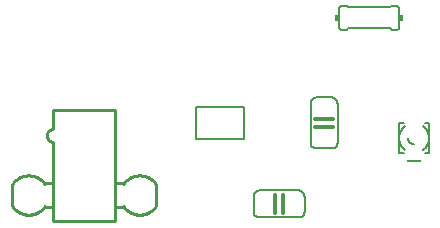
<source format=gto>
G75*
%MOIN*%
%OFA0B0*%
%FSLAX25Y25*%
%IPPOS*%
%LPD*%
%AMOC8*
5,1,8,0,0,1.08239X$1,22.5*
%
%ADD10C,0.00600*%
%ADD11C,0.01200*%
%ADD12R,0.05000X0.00500*%
%ADD13R,0.01500X0.02000*%
%ADD14C,0.00500*%
%ADD15C,0.01000*%
D10*
X0088500Y0032500D02*
X0088500Y0037500D01*
X0088502Y0037587D01*
X0088508Y0037674D01*
X0088517Y0037761D01*
X0088530Y0037847D01*
X0088547Y0037933D01*
X0088568Y0038018D01*
X0088593Y0038101D01*
X0088621Y0038184D01*
X0088652Y0038265D01*
X0088687Y0038345D01*
X0088726Y0038423D01*
X0088768Y0038500D01*
X0088813Y0038575D01*
X0088862Y0038647D01*
X0088913Y0038718D01*
X0088968Y0038786D01*
X0089025Y0038851D01*
X0089086Y0038914D01*
X0089149Y0038975D01*
X0089214Y0039032D01*
X0089282Y0039087D01*
X0089353Y0039138D01*
X0089425Y0039187D01*
X0089500Y0039232D01*
X0089577Y0039274D01*
X0089655Y0039313D01*
X0089735Y0039348D01*
X0089816Y0039379D01*
X0089899Y0039407D01*
X0089982Y0039432D01*
X0090067Y0039453D01*
X0090153Y0039470D01*
X0090239Y0039483D01*
X0090326Y0039492D01*
X0090413Y0039498D01*
X0090500Y0039500D01*
X0103500Y0039500D01*
X0103587Y0039498D01*
X0103674Y0039492D01*
X0103761Y0039483D01*
X0103847Y0039470D01*
X0103933Y0039453D01*
X0104018Y0039432D01*
X0104101Y0039407D01*
X0104184Y0039379D01*
X0104265Y0039348D01*
X0104345Y0039313D01*
X0104423Y0039274D01*
X0104500Y0039232D01*
X0104575Y0039187D01*
X0104647Y0039138D01*
X0104718Y0039087D01*
X0104786Y0039032D01*
X0104851Y0038975D01*
X0104914Y0038914D01*
X0104975Y0038851D01*
X0105032Y0038786D01*
X0105087Y0038718D01*
X0105138Y0038647D01*
X0105187Y0038575D01*
X0105232Y0038500D01*
X0105274Y0038423D01*
X0105313Y0038345D01*
X0105348Y0038265D01*
X0105379Y0038184D01*
X0105407Y0038101D01*
X0105432Y0038018D01*
X0105453Y0037933D01*
X0105470Y0037847D01*
X0105483Y0037761D01*
X0105492Y0037674D01*
X0105498Y0037587D01*
X0105500Y0037500D01*
X0105500Y0032500D01*
X0105498Y0032413D01*
X0105492Y0032326D01*
X0105483Y0032239D01*
X0105470Y0032153D01*
X0105453Y0032067D01*
X0105432Y0031982D01*
X0105407Y0031899D01*
X0105379Y0031816D01*
X0105348Y0031735D01*
X0105313Y0031655D01*
X0105274Y0031577D01*
X0105232Y0031500D01*
X0105187Y0031425D01*
X0105138Y0031353D01*
X0105087Y0031282D01*
X0105032Y0031214D01*
X0104975Y0031149D01*
X0104914Y0031086D01*
X0104851Y0031025D01*
X0104786Y0030968D01*
X0104718Y0030913D01*
X0104647Y0030862D01*
X0104575Y0030813D01*
X0104500Y0030768D01*
X0104423Y0030726D01*
X0104345Y0030687D01*
X0104265Y0030652D01*
X0104184Y0030621D01*
X0104101Y0030593D01*
X0104018Y0030568D01*
X0103933Y0030547D01*
X0103847Y0030530D01*
X0103761Y0030517D01*
X0103674Y0030508D01*
X0103587Y0030502D01*
X0103500Y0030500D01*
X0090500Y0030500D01*
X0090413Y0030502D01*
X0090326Y0030508D01*
X0090239Y0030517D01*
X0090153Y0030530D01*
X0090067Y0030547D01*
X0089982Y0030568D01*
X0089899Y0030593D01*
X0089816Y0030621D01*
X0089735Y0030652D01*
X0089655Y0030687D01*
X0089577Y0030726D01*
X0089500Y0030768D01*
X0089425Y0030813D01*
X0089353Y0030862D01*
X0089282Y0030913D01*
X0089214Y0030968D01*
X0089149Y0031025D01*
X0089086Y0031086D01*
X0089025Y0031149D01*
X0088968Y0031214D01*
X0088913Y0031282D01*
X0088862Y0031353D01*
X0088813Y0031425D01*
X0088768Y0031500D01*
X0088726Y0031577D01*
X0088687Y0031655D01*
X0088652Y0031735D01*
X0088621Y0031816D01*
X0088593Y0031899D01*
X0088568Y0031982D01*
X0088547Y0032067D01*
X0088530Y0032153D01*
X0088517Y0032239D01*
X0088508Y0032326D01*
X0088502Y0032413D01*
X0088500Y0032500D01*
X0109500Y0053500D02*
X0114500Y0053500D01*
X0114587Y0053502D01*
X0114674Y0053508D01*
X0114761Y0053517D01*
X0114847Y0053530D01*
X0114933Y0053547D01*
X0115018Y0053568D01*
X0115101Y0053593D01*
X0115184Y0053621D01*
X0115265Y0053652D01*
X0115345Y0053687D01*
X0115423Y0053726D01*
X0115500Y0053768D01*
X0115575Y0053813D01*
X0115647Y0053862D01*
X0115718Y0053913D01*
X0115786Y0053968D01*
X0115851Y0054025D01*
X0115914Y0054086D01*
X0115975Y0054149D01*
X0116032Y0054214D01*
X0116087Y0054282D01*
X0116138Y0054353D01*
X0116187Y0054425D01*
X0116232Y0054500D01*
X0116274Y0054577D01*
X0116313Y0054655D01*
X0116348Y0054735D01*
X0116379Y0054816D01*
X0116407Y0054899D01*
X0116432Y0054982D01*
X0116453Y0055067D01*
X0116470Y0055153D01*
X0116483Y0055239D01*
X0116492Y0055326D01*
X0116498Y0055413D01*
X0116500Y0055500D01*
X0116500Y0068500D01*
X0116498Y0068587D01*
X0116492Y0068674D01*
X0116483Y0068761D01*
X0116470Y0068847D01*
X0116453Y0068933D01*
X0116432Y0069018D01*
X0116407Y0069101D01*
X0116379Y0069184D01*
X0116348Y0069265D01*
X0116313Y0069345D01*
X0116274Y0069423D01*
X0116232Y0069500D01*
X0116187Y0069575D01*
X0116138Y0069647D01*
X0116087Y0069718D01*
X0116032Y0069786D01*
X0115975Y0069851D01*
X0115914Y0069914D01*
X0115851Y0069975D01*
X0115786Y0070032D01*
X0115718Y0070087D01*
X0115647Y0070138D01*
X0115575Y0070187D01*
X0115500Y0070232D01*
X0115423Y0070274D01*
X0115345Y0070313D01*
X0115265Y0070348D01*
X0115184Y0070379D01*
X0115101Y0070407D01*
X0115018Y0070432D01*
X0114933Y0070453D01*
X0114847Y0070470D01*
X0114761Y0070483D01*
X0114674Y0070492D01*
X0114587Y0070498D01*
X0114500Y0070500D01*
X0109500Y0070500D01*
X0109413Y0070498D01*
X0109326Y0070492D01*
X0109239Y0070483D01*
X0109153Y0070470D01*
X0109067Y0070453D01*
X0108982Y0070432D01*
X0108899Y0070407D01*
X0108816Y0070379D01*
X0108735Y0070348D01*
X0108655Y0070313D01*
X0108577Y0070274D01*
X0108500Y0070232D01*
X0108425Y0070187D01*
X0108353Y0070138D01*
X0108282Y0070087D01*
X0108214Y0070032D01*
X0108149Y0069975D01*
X0108086Y0069914D01*
X0108025Y0069851D01*
X0107968Y0069786D01*
X0107913Y0069718D01*
X0107862Y0069647D01*
X0107813Y0069575D01*
X0107768Y0069500D01*
X0107726Y0069423D01*
X0107687Y0069345D01*
X0107652Y0069265D01*
X0107621Y0069184D01*
X0107593Y0069101D01*
X0107568Y0069018D01*
X0107547Y0068933D01*
X0107530Y0068847D01*
X0107517Y0068761D01*
X0107508Y0068674D01*
X0107502Y0068587D01*
X0107500Y0068500D01*
X0107500Y0055500D01*
X0107502Y0055413D01*
X0107508Y0055326D01*
X0107517Y0055239D01*
X0107530Y0055153D01*
X0107547Y0055067D01*
X0107568Y0054982D01*
X0107593Y0054899D01*
X0107621Y0054816D01*
X0107652Y0054735D01*
X0107687Y0054655D01*
X0107726Y0054577D01*
X0107768Y0054500D01*
X0107813Y0054425D01*
X0107862Y0054353D01*
X0107913Y0054282D01*
X0107968Y0054214D01*
X0108025Y0054149D01*
X0108086Y0054086D01*
X0108149Y0054025D01*
X0108214Y0053968D01*
X0108282Y0053913D01*
X0108353Y0053862D01*
X0108425Y0053813D01*
X0108500Y0053768D01*
X0108577Y0053726D01*
X0108655Y0053687D01*
X0108735Y0053652D01*
X0108816Y0053621D01*
X0108899Y0053593D01*
X0108982Y0053568D01*
X0109067Y0053547D01*
X0109153Y0053530D01*
X0109239Y0053517D01*
X0109326Y0053508D01*
X0109413Y0053502D01*
X0109500Y0053500D01*
X0137000Y0052000D02*
X0138500Y0052000D01*
X0137000Y0052000D02*
X0137000Y0057000D01*
X0137000Y0062000D01*
X0138500Y0062000D01*
X0138876Y0060904D02*
X0138768Y0060815D01*
X0138663Y0060723D01*
X0138560Y0060628D01*
X0138460Y0060531D01*
X0138362Y0060430D01*
X0138268Y0060327D01*
X0138176Y0060221D01*
X0138087Y0060113D01*
X0138002Y0060002D01*
X0137919Y0059889D01*
X0137840Y0059774D01*
X0137764Y0059656D01*
X0137691Y0059536D01*
X0137622Y0059415D01*
X0137556Y0059291D01*
X0137493Y0059166D01*
X0137435Y0059039D01*
X0137379Y0058910D01*
X0137328Y0058780D01*
X0137280Y0058649D01*
X0137235Y0058516D01*
X0137195Y0058382D01*
X0137158Y0058247D01*
X0137125Y0058111D01*
X0137096Y0057974D01*
X0137070Y0057836D01*
X0137049Y0057698D01*
X0137031Y0057559D01*
X0137018Y0057419D01*
X0137008Y0057280D01*
X0137002Y0057140D01*
X0137000Y0057000D01*
X0145124Y0060904D02*
X0145232Y0060815D01*
X0145337Y0060723D01*
X0145440Y0060628D01*
X0145540Y0060531D01*
X0145638Y0060430D01*
X0145732Y0060327D01*
X0145824Y0060221D01*
X0145913Y0060113D01*
X0145998Y0060002D01*
X0146081Y0059889D01*
X0146160Y0059774D01*
X0146236Y0059656D01*
X0146309Y0059536D01*
X0146378Y0059415D01*
X0146444Y0059291D01*
X0146507Y0059166D01*
X0146565Y0059039D01*
X0146621Y0058910D01*
X0146672Y0058780D01*
X0146720Y0058649D01*
X0146765Y0058516D01*
X0146805Y0058382D01*
X0146842Y0058247D01*
X0146875Y0058111D01*
X0146904Y0057974D01*
X0146930Y0057836D01*
X0146951Y0057698D01*
X0146969Y0057559D01*
X0146982Y0057419D01*
X0146992Y0057280D01*
X0146998Y0057140D01*
X0147000Y0057000D01*
X0147000Y0062000D01*
X0145500Y0062000D01*
X0147000Y0057000D02*
X0147000Y0052000D01*
X0145500Y0052000D01*
X0138876Y0053096D02*
X0138768Y0053185D01*
X0138663Y0053277D01*
X0138560Y0053372D01*
X0138460Y0053469D01*
X0138362Y0053570D01*
X0138268Y0053673D01*
X0138176Y0053779D01*
X0138087Y0053887D01*
X0138002Y0053998D01*
X0137919Y0054111D01*
X0137840Y0054226D01*
X0137764Y0054344D01*
X0137691Y0054464D01*
X0137622Y0054585D01*
X0137556Y0054709D01*
X0137493Y0054834D01*
X0137435Y0054961D01*
X0137379Y0055090D01*
X0137328Y0055220D01*
X0137280Y0055351D01*
X0137235Y0055484D01*
X0137195Y0055618D01*
X0137158Y0055753D01*
X0137125Y0055889D01*
X0137096Y0056026D01*
X0137070Y0056164D01*
X0137049Y0056302D01*
X0137031Y0056441D01*
X0137018Y0056581D01*
X0137008Y0056720D01*
X0137002Y0056860D01*
X0137000Y0057000D01*
X0145124Y0053096D02*
X0145232Y0053185D01*
X0145337Y0053277D01*
X0145440Y0053372D01*
X0145540Y0053469D01*
X0145638Y0053570D01*
X0145732Y0053673D01*
X0145824Y0053779D01*
X0145913Y0053887D01*
X0145998Y0053998D01*
X0146081Y0054111D01*
X0146160Y0054226D01*
X0146236Y0054344D01*
X0146309Y0054464D01*
X0146378Y0054585D01*
X0146444Y0054709D01*
X0146507Y0054834D01*
X0146565Y0054961D01*
X0146621Y0055090D01*
X0146672Y0055220D01*
X0146720Y0055351D01*
X0146765Y0055484D01*
X0146805Y0055618D01*
X0146842Y0055753D01*
X0146875Y0055889D01*
X0146904Y0056026D01*
X0146930Y0056164D01*
X0146951Y0056302D01*
X0146969Y0056441D01*
X0146982Y0056581D01*
X0146992Y0056720D01*
X0146998Y0056860D01*
X0147000Y0057000D01*
X0142000Y0055000D02*
X0141913Y0055002D01*
X0141826Y0055008D01*
X0141739Y0055017D01*
X0141653Y0055030D01*
X0141567Y0055047D01*
X0141482Y0055068D01*
X0141399Y0055093D01*
X0141316Y0055121D01*
X0141235Y0055152D01*
X0141155Y0055187D01*
X0141077Y0055226D01*
X0141000Y0055268D01*
X0140925Y0055313D01*
X0140853Y0055362D01*
X0140782Y0055413D01*
X0140714Y0055468D01*
X0140649Y0055525D01*
X0140586Y0055586D01*
X0140525Y0055649D01*
X0140468Y0055714D01*
X0140413Y0055782D01*
X0140362Y0055853D01*
X0140313Y0055925D01*
X0140268Y0056000D01*
X0140226Y0056077D01*
X0140187Y0056155D01*
X0140152Y0056235D01*
X0140121Y0056316D01*
X0140093Y0056399D01*
X0140068Y0056482D01*
X0140047Y0056567D01*
X0140030Y0056653D01*
X0140017Y0056739D01*
X0140008Y0056826D01*
X0140002Y0056913D01*
X0140000Y0057000D01*
X0136000Y0093000D02*
X0134500Y0093000D01*
X0134000Y0093500D01*
X0120000Y0093500D01*
X0119500Y0093000D01*
X0118000Y0093000D01*
X0117940Y0093002D01*
X0117879Y0093007D01*
X0117820Y0093016D01*
X0117761Y0093029D01*
X0117702Y0093045D01*
X0117645Y0093065D01*
X0117590Y0093088D01*
X0117535Y0093115D01*
X0117483Y0093144D01*
X0117432Y0093177D01*
X0117383Y0093213D01*
X0117337Y0093251D01*
X0117293Y0093293D01*
X0117251Y0093337D01*
X0117213Y0093383D01*
X0117177Y0093432D01*
X0117144Y0093483D01*
X0117115Y0093535D01*
X0117088Y0093590D01*
X0117065Y0093645D01*
X0117045Y0093702D01*
X0117029Y0093761D01*
X0117016Y0093820D01*
X0117007Y0093879D01*
X0117002Y0093940D01*
X0117000Y0094000D01*
X0117000Y0100000D01*
X0117002Y0100060D01*
X0117007Y0100121D01*
X0117016Y0100180D01*
X0117029Y0100239D01*
X0117045Y0100298D01*
X0117065Y0100355D01*
X0117088Y0100410D01*
X0117115Y0100465D01*
X0117144Y0100517D01*
X0117177Y0100568D01*
X0117213Y0100617D01*
X0117251Y0100663D01*
X0117293Y0100707D01*
X0117337Y0100749D01*
X0117383Y0100787D01*
X0117432Y0100823D01*
X0117483Y0100856D01*
X0117535Y0100885D01*
X0117590Y0100912D01*
X0117645Y0100935D01*
X0117702Y0100955D01*
X0117761Y0100971D01*
X0117820Y0100984D01*
X0117879Y0100993D01*
X0117940Y0100998D01*
X0118000Y0101000D01*
X0119500Y0101000D01*
X0120000Y0100500D01*
X0134000Y0100500D01*
X0134500Y0101000D01*
X0136000Y0101000D01*
X0136060Y0100998D01*
X0136121Y0100993D01*
X0136180Y0100984D01*
X0136239Y0100971D01*
X0136298Y0100955D01*
X0136355Y0100935D01*
X0136410Y0100912D01*
X0136465Y0100885D01*
X0136517Y0100856D01*
X0136568Y0100823D01*
X0136617Y0100787D01*
X0136663Y0100749D01*
X0136707Y0100707D01*
X0136749Y0100663D01*
X0136787Y0100617D01*
X0136823Y0100568D01*
X0136856Y0100517D01*
X0136885Y0100465D01*
X0136912Y0100410D01*
X0136935Y0100355D01*
X0136955Y0100298D01*
X0136971Y0100239D01*
X0136984Y0100180D01*
X0136993Y0100121D01*
X0136998Y0100060D01*
X0137000Y0100000D01*
X0137000Y0094000D01*
X0136998Y0093940D01*
X0136993Y0093879D01*
X0136984Y0093820D01*
X0136971Y0093761D01*
X0136955Y0093702D01*
X0136935Y0093645D01*
X0136912Y0093590D01*
X0136885Y0093535D01*
X0136856Y0093483D01*
X0136823Y0093432D01*
X0136787Y0093383D01*
X0136749Y0093337D01*
X0136707Y0093293D01*
X0136663Y0093251D01*
X0136617Y0093213D01*
X0136568Y0093177D01*
X0136517Y0093144D01*
X0136465Y0093115D01*
X0136410Y0093088D01*
X0136355Y0093065D01*
X0136298Y0093045D01*
X0136239Y0093029D01*
X0136180Y0093016D01*
X0136121Y0093007D01*
X0136060Y0093002D01*
X0136000Y0093000D01*
D11*
X0115000Y0063200D02*
X0109000Y0063200D01*
X0109000Y0060700D02*
X0115000Y0060700D01*
X0098300Y0038000D02*
X0098300Y0032000D01*
X0095800Y0032000D02*
X0095800Y0038000D01*
D12*
X0142000Y0049250D03*
D13*
X0137750Y0097000D03*
X0116250Y0097000D03*
D14*
X0085189Y0067315D02*
X0085189Y0056685D01*
X0069441Y0056685D01*
X0069441Y0067315D01*
X0085189Y0067315D01*
D15*
X0021764Y0055661D02*
X0021764Y0029283D01*
X0042236Y0029283D01*
X0042236Y0066291D01*
X0021764Y0066291D01*
X0021764Y0059992D01*
X0021672Y0059990D01*
X0021580Y0059984D01*
X0021489Y0059974D01*
X0021398Y0059961D01*
X0021308Y0059943D01*
X0021218Y0059922D01*
X0021130Y0059897D01*
X0021043Y0059868D01*
X0020957Y0059836D01*
X0020872Y0059800D01*
X0020789Y0059760D01*
X0020708Y0059717D01*
X0020629Y0059671D01*
X0020552Y0059621D01*
X0020477Y0059568D01*
X0020404Y0059511D01*
X0020334Y0059452D01*
X0020266Y0059390D01*
X0020201Y0059325D01*
X0020139Y0059257D01*
X0020080Y0059187D01*
X0020023Y0059114D01*
X0019970Y0059039D01*
X0019920Y0058962D01*
X0019874Y0058883D01*
X0019831Y0058802D01*
X0019791Y0058719D01*
X0019755Y0058634D01*
X0019723Y0058548D01*
X0019694Y0058461D01*
X0019669Y0058373D01*
X0019648Y0058283D01*
X0019630Y0058193D01*
X0019617Y0058102D01*
X0019607Y0058011D01*
X0019601Y0057919D01*
X0019599Y0057827D01*
X0019601Y0057735D01*
X0019607Y0057643D01*
X0019617Y0057552D01*
X0019630Y0057461D01*
X0019648Y0057371D01*
X0019669Y0057281D01*
X0019694Y0057193D01*
X0019723Y0057106D01*
X0019755Y0057020D01*
X0019791Y0056935D01*
X0019831Y0056852D01*
X0019874Y0056771D01*
X0019920Y0056692D01*
X0019970Y0056615D01*
X0020023Y0056540D01*
X0020080Y0056467D01*
X0020139Y0056397D01*
X0020201Y0056329D01*
X0020266Y0056264D01*
X0020334Y0056202D01*
X0020404Y0056143D01*
X0020477Y0056086D01*
X0020552Y0056033D01*
X0020629Y0055983D01*
X0020708Y0055937D01*
X0020789Y0055894D01*
X0020872Y0055854D01*
X0020957Y0055818D01*
X0021043Y0055786D01*
X0021130Y0055757D01*
X0021218Y0055732D01*
X0021308Y0055711D01*
X0021398Y0055693D01*
X0021489Y0055680D01*
X0021580Y0055670D01*
X0021672Y0055664D01*
X0021764Y0055662D01*
X0021370Y0041882D02*
X0018614Y0041882D01*
X0019007Y0034402D02*
X0018919Y0034269D01*
X0018828Y0034138D01*
X0018734Y0034009D01*
X0018636Y0033882D01*
X0018536Y0033758D01*
X0018432Y0033637D01*
X0018326Y0033518D01*
X0018216Y0033401D01*
X0018104Y0033287D01*
X0017989Y0033176D01*
X0017872Y0033068D01*
X0017752Y0032963D01*
X0017629Y0032861D01*
X0017504Y0032762D01*
X0017376Y0032666D01*
X0017246Y0032573D01*
X0017114Y0032483D01*
X0016980Y0032396D01*
X0016844Y0032313D01*
X0016705Y0032233D01*
X0016565Y0032156D01*
X0016423Y0032083D01*
X0016280Y0032014D01*
X0016134Y0031948D01*
X0015987Y0031885D01*
X0015839Y0031826D01*
X0015689Y0031771D01*
X0015538Y0031719D01*
X0015385Y0031671D01*
X0015232Y0031627D01*
X0015077Y0031587D01*
X0014922Y0031550D01*
X0014766Y0031517D01*
X0014609Y0031488D01*
X0014451Y0031463D01*
X0014293Y0031442D01*
X0014134Y0031424D01*
X0013975Y0031411D01*
X0013815Y0031401D01*
X0013656Y0031395D01*
X0013496Y0031393D01*
X0013336Y0031395D01*
X0013177Y0031401D01*
X0013017Y0031411D01*
X0012858Y0031424D01*
X0012699Y0031442D01*
X0012541Y0031463D01*
X0012383Y0031488D01*
X0012226Y0031517D01*
X0012070Y0031550D01*
X0011915Y0031587D01*
X0011760Y0031627D01*
X0011607Y0031671D01*
X0011454Y0031719D01*
X0011303Y0031771D01*
X0011153Y0031826D01*
X0011005Y0031885D01*
X0010858Y0031948D01*
X0010712Y0032014D01*
X0010569Y0032083D01*
X0010427Y0032156D01*
X0010287Y0032233D01*
X0010148Y0032313D01*
X0010012Y0032396D01*
X0009878Y0032483D01*
X0009746Y0032573D01*
X0009616Y0032666D01*
X0009488Y0032762D01*
X0009363Y0032861D01*
X0009240Y0032963D01*
X0009120Y0033068D01*
X0009003Y0033176D01*
X0008888Y0033287D01*
X0008776Y0033401D01*
X0008666Y0033518D01*
X0008560Y0033637D01*
X0008456Y0033758D01*
X0008356Y0033882D01*
X0008258Y0034009D01*
X0008164Y0034138D01*
X0008073Y0034269D01*
X0007985Y0034402D01*
X0007984Y0034402D02*
X0007984Y0041488D01*
X0007985Y0041488D02*
X0008073Y0041621D01*
X0008164Y0041752D01*
X0008258Y0041881D01*
X0008356Y0042008D01*
X0008456Y0042132D01*
X0008560Y0042253D01*
X0008666Y0042372D01*
X0008776Y0042489D01*
X0008888Y0042603D01*
X0009003Y0042714D01*
X0009120Y0042822D01*
X0009240Y0042927D01*
X0009363Y0043029D01*
X0009488Y0043128D01*
X0009616Y0043224D01*
X0009746Y0043317D01*
X0009878Y0043407D01*
X0010012Y0043494D01*
X0010148Y0043577D01*
X0010287Y0043657D01*
X0010427Y0043734D01*
X0010569Y0043807D01*
X0010712Y0043876D01*
X0010858Y0043942D01*
X0011005Y0044005D01*
X0011153Y0044064D01*
X0011303Y0044119D01*
X0011454Y0044171D01*
X0011607Y0044219D01*
X0011760Y0044263D01*
X0011915Y0044303D01*
X0012070Y0044340D01*
X0012226Y0044373D01*
X0012383Y0044402D01*
X0012541Y0044427D01*
X0012699Y0044448D01*
X0012858Y0044466D01*
X0013017Y0044479D01*
X0013177Y0044489D01*
X0013336Y0044495D01*
X0013496Y0044497D01*
X0013656Y0044495D01*
X0013815Y0044489D01*
X0013975Y0044479D01*
X0014134Y0044466D01*
X0014293Y0044448D01*
X0014451Y0044427D01*
X0014609Y0044402D01*
X0014766Y0044373D01*
X0014922Y0044340D01*
X0015077Y0044303D01*
X0015232Y0044263D01*
X0015385Y0044219D01*
X0015538Y0044171D01*
X0015689Y0044119D01*
X0015839Y0044064D01*
X0015987Y0044005D01*
X0016134Y0043942D01*
X0016280Y0043876D01*
X0016423Y0043807D01*
X0016565Y0043734D01*
X0016705Y0043657D01*
X0016844Y0043577D01*
X0016980Y0043494D01*
X0017114Y0043407D01*
X0017246Y0043317D01*
X0017376Y0043224D01*
X0017504Y0043128D01*
X0017629Y0043029D01*
X0017752Y0042927D01*
X0017872Y0042822D01*
X0017989Y0042714D01*
X0018104Y0042603D01*
X0018216Y0042489D01*
X0018326Y0042372D01*
X0018432Y0042253D01*
X0018536Y0042132D01*
X0018636Y0042008D01*
X0018734Y0041881D01*
X0018828Y0041752D01*
X0018919Y0041621D01*
X0019007Y0041488D01*
X0018614Y0034008D02*
X0021370Y0034008D01*
X0042630Y0034008D02*
X0045386Y0034008D01*
X0044993Y0041488D02*
X0045081Y0041621D01*
X0045172Y0041752D01*
X0045266Y0041881D01*
X0045364Y0042008D01*
X0045464Y0042132D01*
X0045568Y0042253D01*
X0045674Y0042372D01*
X0045784Y0042489D01*
X0045896Y0042603D01*
X0046011Y0042714D01*
X0046128Y0042822D01*
X0046248Y0042927D01*
X0046371Y0043029D01*
X0046496Y0043128D01*
X0046624Y0043224D01*
X0046754Y0043317D01*
X0046886Y0043407D01*
X0047020Y0043494D01*
X0047156Y0043577D01*
X0047295Y0043657D01*
X0047435Y0043734D01*
X0047577Y0043807D01*
X0047720Y0043876D01*
X0047866Y0043942D01*
X0048013Y0044005D01*
X0048161Y0044064D01*
X0048311Y0044119D01*
X0048462Y0044171D01*
X0048615Y0044219D01*
X0048768Y0044263D01*
X0048923Y0044303D01*
X0049078Y0044340D01*
X0049234Y0044373D01*
X0049391Y0044402D01*
X0049549Y0044427D01*
X0049707Y0044448D01*
X0049866Y0044466D01*
X0050025Y0044479D01*
X0050185Y0044489D01*
X0050344Y0044495D01*
X0050504Y0044497D01*
X0050664Y0044495D01*
X0050823Y0044489D01*
X0050983Y0044479D01*
X0051142Y0044466D01*
X0051301Y0044448D01*
X0051459Y0044427D01*
X0051617Y0044402D01*
X0051774Y0044373D01*
X0051930Y0044340D01*
X0052085Y0044303D01*
X0052240Y0044263D01*
X0052393Y0044219D01*
X0052546Y0044171D01*
X0052697Y0044119D01*
X0052847Y0044064D01*
X0052995Y0044005D01*
X0053142Y0043942D01*
X0053288Y0043876D01*
X0053431Y0043807D01*
X0053573Y0043734D01*
X0053713Y0043657D01*
X0053852Y0043577D01*
X0053988Y0043494D01*
X0054122Y0043407D01*
X0054254Y0043317D01*
X0054384Y0043224D01*
X0054512Y0043128D01*
X0054637Y0043029D01*
X0054760Y0042927D01*
X0054880Y0042822D01*
X0054997Y0042714D01*
X0055112Y0042603D01*
X0055224Y0042489D01*
X0055334Y0042372D01*
X0055440Y0042253D01*
X0055544Y0042132D01*
X0055644Y0042008D01*
X0055742Y0041881D01*
X0055836Y0041752D01*
X0055927Y0041621D01*
X0056015Y0041488D01*
X0056016Y0041488D02*
X0056016Y0034402D01*
X0056015Y0034402D02*
X0055927Y0034269D01*
X0055836Y0034138D01*
X0055742Y0034009D01*
X0055644Y0033882D01*
X0055544Y0033758D01*
X0055440Y0033637D01*
X0055334Y0033518D01*
X0055224Y0033401D01*
X0055112Y0033287D01*
X0054997Y0033176D01*
X0054880Y0033068D01*
X0054760Y0032963D01*
X0054637Y0032861D01*
X0054512Y0032762D01*
X0054384Y0032666D01*
X0054254Y0032573D01*
X0054122Y0032483D01*
X0053988Y0032396D01*
X0053852Y0032313D01*
X0053713Y0032233D01*
X0053573Y0032156D01*
X0053431Y0032083D01*
X0053288Y0032014D01*
X0053142Y0031948D01*
X0052995Y0031885D01*
X0052847Y0031826D01*
X0052697Y0031771D01*
X0052546Y0031719D01*
X0052393Y0031671D01*
X0052240Y0031627D01*
X0052085Y0031587D01*
X0051930Y0031550D01*
X0051774Y0031517D01*
X0051617Y0031488D01*
X0051459Y0031463D01*
X0051301Y0031442D01*
X0051142Y0031424D01*
X0050983Y0031411D01*
X0050823Y0031401D01*
X0050664Y0031395D01*
X0050504Y0031393D01*
X0050344Y0031395D01*
X0050185Y0031401D01*
X0050025Y0031411D01*
X0049866Y0031424D01*
X0049707Y0031442D01*
X0049549Y0031463D01*
X0049391Y0031488D01*
X0049234Y0031517D01*
X0049078Y0031550D01*
X0048923Y0031587D01*
X0048768Y0031627D01*
X0048615Y0031671D01*
X0048462Y0031719D01*
X0048311Y0031771D01*
X0048161Y0031826D01*
X0048013Y0031885D01*
X0047866Y0031948D01*
X0047720Y0032014D01*
X0047577Y0032083D01*
X0047435Y0032156D01*
X0047295Y0032233D01*
X0047156Y0032313D01*
X0047020Y0032396D01*
X0046886Y0032483D01*
X0046754Y0032573D01*
X0046624Y0032666D01*
X0046496Y0032762D01*
X0046371Y0032861D01*
X0046248Y0032963D01*
X0046128Y0033068D01*
X0046011Y0033176D01*
X0045896Y0033287D01*
X0045784Y0033401D01*
X0045674Y0033518D01*
X0045568Y0033637D01*
X0045464Y0033758D01*
X0045364Y0033882D01*
X0045266Y0034009D01*
X0045172Y0034138D01*
X0045081Y0034269D01*
X0044993Y0034402D01*
X0045386Y0041882D02*
X0042630Y0041882D01*
M02*

</source>
